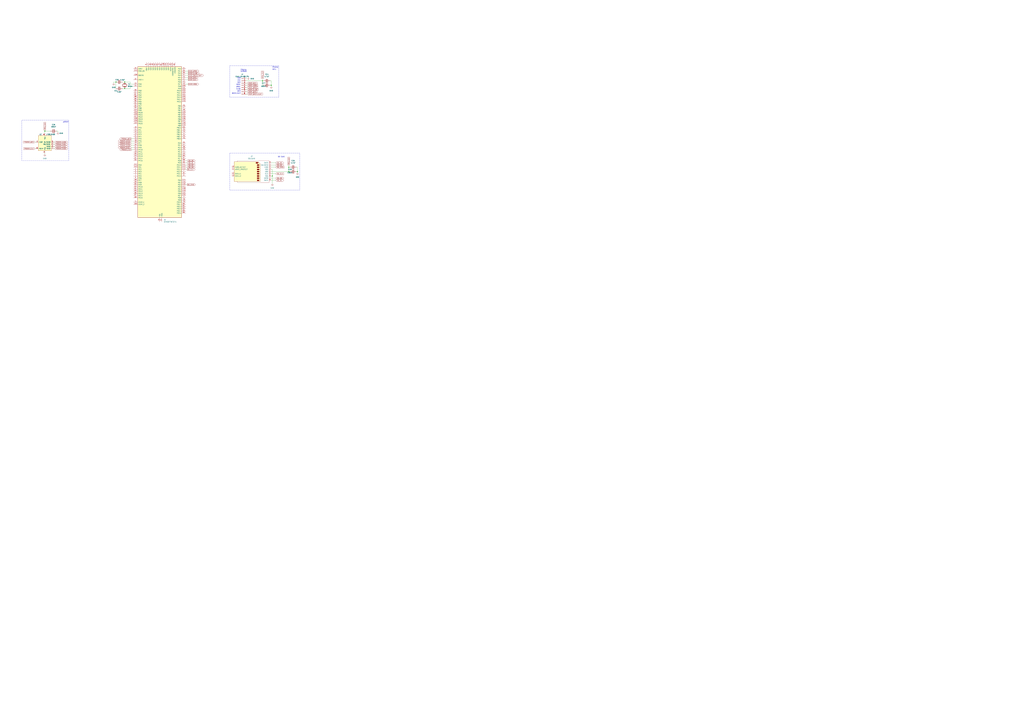
<source format=kicad_sch>
(kicad_sch (version 20231120) (generator "eeschema") (generator_version "8.0")
  (paper "A0")
  (title_block (title "FerFox Prototype") (rev "1") (comment 1 "By White Fossa") (comment 2 "AGPLv3+"))
  (lib_symbols
    (symbol "Connector:Conn_01x08_Pin" (pin_names (offset 1.016) hide)
      (property "Reference" "J" (at 0 10.16 0))
      (property "Value" "Conn_01x08_Pin" (at 0 -12.7 0))
      (symbol "Conn_01x08_Pin_1_1"
        (polyline (pts (xy 1.27 -10.16) (xy 0.8636 -10.16)) (stroke (width 0.1524)))
        (polyline (pts (xy 1.27 -7.62) (xy 0.8636 -7.62)) (stroke (width 0.1524)))
        (polyline (pts (xy 1.27 -5.08) (xy 0.8636 -5.08)) (stroke (width 0.1524)))
        (polyline (pts (xy 1.27 -2.54) (xy 0.8636 -2.54)) (stroke (width 0.1524)))
        (polyline (pts (xy 1.27 0) (xy 0.8636 0)) (stroke (width 0.1524)))
        (polyline (pts (xy 1.27 2.54) (xy 0.8636 2.54)) (stroke (width 0.1524)))
        (polyline (pts (xy 1.27 5.08) (xy 0.8636 5.08)) (stroke (width 0.1524)))
        (polyline (pts (xy 1.27 7.62) (xy 0.8636 7.62)) (stroke (width 0.1524)))
        (rectangle (start 0.8636 -10.033) (end 0 -10.287) (stroke (width 0.1524)) (fill (type outline)))
        (rectangle (start 0.8636 -7.493) (end 0 -7.747) (stroke (width 0.1524)) (fill (type outline)))
        (rectangle (start 0.8636 -4.953) (end 0 -5.207) (stroke (width 0.1524)) (fill (type outline)))
        (rectangle (start 0.8636 -2.413) (end 0 -2.667) (stroke (width 0.1524)) (fill (type outline)))
        (rectangle (start 0.8636 0.127) (end 0 -0.127) (stroke (width 0.1524)) (fill (type outline)))
        (rectangle (start 0.8636 2.667) (end 0 2.413) (stroke (width 0.1524)) (fill (type outline)))
        (rectangle (start 0.8636 5.207) (end 0 4.953) (stroke (width 0.1524)) (fill (type outline)))
        (rectangle (start 0.8636 7.747) (end 0 7.493) (stroke (width 0.1524)) (fill (type outline)))
        (pin passive line (at 5.08 7.62 180) (length 3.81) (name "Pin_1") (number "1"))
        (pin passive line (at 5.08 5.08 180) (length 3.81) (name "Pin_2") (number "2"))
        (pin passive line (at 5.08 2.54 180) (length 3.81) (name "Pin_3") (number "3"))
        (pin passive line (at 5.08 0 180) (length 3.81) (name "Pin_4") (number "4"))
        (pin passive line (at 5.08 -2.54 180) (length 3.81) (name "Pin_5") (number "5"))
        (pin passive line (at 5.08 -5.08 180) (length 3.81) (name "Pin_6") (number "6"))
        (pin passive line (at 5.08 -7.62 180) (length 3.81) (name "Pin_7") (number "7"))
        (pin passive line (at 5.08 -10.16 180) (length 3.81) (name "Pin_8") (number "8"))
      )
    )
    (symbol "Connector:SD_Card" (pin_names (offset 1.016))
      (property "Reference" "J" (at -16.51 13.97 0))
      (property "Value" "SD_Card" (at 15.24 -13.97 0))
      (symbol "SD_Card_0_1"
        (rectangle (start -8.89 -9.525) (end -6.35 -10.795) (fill (type outline)))
        (rectangle (start -8.89 -6.985) (end -6.35 -8.255) (fill (type outline)))
        (rectangle (start -8.89 -4.445) (end -6.35 -5.715) (fill (type outline)))
        (rectangle (start -8.89 -1.905) (end -6.35 -3.175) (fill (type outline)))
        (rectangle (start -8.89 0.635) (end -6.35 -0.635) (fill (type outline)))
        (rectangle (start -8.89 3.175) (end -6.35 1.905) (fill (type outline)))
        (rectangle (start -8.89 5.715) (end -6.35 4.445) (fill (type outline)))
        (rectangle (start -8.89 8.255) (end -6.35 6.985) (fill (type outline)))
        (rectangle (start -7.62 10.795) (end -5.08 9.525) (fill (type outline)))
        (polyline (pts (xy -10.16 8.89) (xy -7.62 11.43) (xy 20.32 11.43) (xy 20.32 -11.43) (xy -10.16 -11.43) (xy -10.16 8.89)) (fill (type background)))
        (polyline (pts (xy 16.51 11.43) (xy 16.51 12.7) (xy -20.32 12.7) (xy -20.32 -12.7) (xy 16.51 -12.7) (xy 16.51 -11.43)))
      )
      (symbol "SD_Card_1_1"
        (pin input line (at -22.86 7.62 0) (length 2.54) (name "CD/DAT3") (number "1"))
        (pin input line (at 22.86 5.08 180) (length 2.54) (name "CARD_DETECT") (number "10"))
        (pin input line (at 22.86 2.54 180) (length 2.54) (name "WRITE_PROTECT") (number "11"))
        (pin input line (at 22.86 -2.54 180) (length 2.54) (name "SHELL1") (number "12"))
        (pin input line (at 22.86 -5.08 180) (length 2.54) (name "SHELL2") (number "13"))
        (pin input line (at -22.86 5.08 0) (length 2.54) (name "CMD") (number "2"))
        (pin power_in line (at -22.86 2.54 0) (length 2.54) (name "VSS") (number "3"))
        (pin power_in line (at -22.86 0 0) (length 2.54) (name "VDD") (number "4"))
        (pin input line (at -22.86 -2.54 0) (length 2.54) (name "CLK") (number "5"))
        (pin power_in line (at -22.86 -5.08 0) (length 2.54) (name "VSS") (number "6"))
        (pin input line (at -22.86 -7.62 0) (length 2.54) (name "DAT0") (number "7"))
        (pin input line (at -22.86 -10.16 0) (length 2.54) (name "DAT1") (number "8"))
        (pin input line (at -22.86 10.16 0) (length 2.54) (name "DAT2") (number "9"))
      )
    )
    (symbol "Device:C" (pin_numbers hide) (pin_names (offset 0.254))
      (property "Reference" "C" (at 0.635 2.54 0))
      (property "Value" "C" (at 0.635 -2.54 0))
      (symbol "C_0_1"
        (polyline (pts (xy -2.032 -0.762) (xy 2.032 -0.762)) (stroke (width 0.508)))
        (polyline (pts (xy -2.032 0.762) (xy 2.032 0.762)) (stroke (width 0.508)))
      )
      (symbol "C_1_1"
        (pin passive line (at 0 3.81 270) (length 2.794) (name "~") (number "1"))
        (pin passive line (at 0 -3.81 90) (length 2.794) (name "~") (number "2"))
      )
    )
    (symbol "Device:Crystal" (pin_numbers hide) (pin_names (offset 1.016) hide)
      (property "Reference" "Y" (at 0 3.81 0))
      (property "Value" "Crystal" (at 0 -3.81 0))
      (symbol "Crystal_0_1"
        (rectangle (start -1.143 2.54) (end 1.143 -2.54) (stroke (width 0.3048)))
        (polyline (pts (xy -2.54 0) (xy -1.905 0)))
        (polyline (pts (xy -1.905 -1.27) (xy -1.905 1.27)) (stroke (width 0.508)))
        (polyline (pts (xy 1.905 -1.27) (xy 1.905 1.27)) (stroke (width 0.508)))
        (polyline (pts (xy 2.54 0) (xy 1.905 0)))
      )
      (symbol "Crystal_1_1"
        (pin passive line (at -3.81 0 0) (length 1.27) (name "1") (number "1"))
        (pin passive line (at 3.81 0 180) (length 1.27) (name "2") (number "2"))
      )
    )
    (symbol "GND_1" (power) (pin_numbers hide) (pin_names (offset 0) hide)
      (property "Value" "GND" (at 0 -3.81 0))
      (symbol "GND_1_0_1"
        (polyline (pts (xy 0 0) (xy 0 -1.27) (xy 1.27 -1.27) (xy 0 -2.54) (xy -1.27 -1.27) (xy 0 -1.27)))
      )
      (symbol "GND_1_1_1"
        (pin power_in line (at 0 0 270) (length 0) (name "~") (number "1"))
      )
    )
    (symbol "MCU_ST_STM32F7:STM32F767ZITx"
      (property "Reference" "U" (at -25.4 90.17 0))
      (property "Value" "STM32F767ZITx" (at 20.32 90.17 0))
      (symbol "STM32F767ZITx_0_1"
        (rectangle (start -25.4 -86.36) (end 25.4 88.9) (stroke (width 0.254)) (fill (type background)))
      )
      (symbol "STM32F767ZITx_1_1"
        (pin bidirectional line (at -30.48 -30.48 0) (length 5.08) (name "PE2") (number "1"))
        (pin bidirectional line (at -30.48 17.78 0) (length 5.08) (name "PF0") (number "10"))
        (pin bidirectional line (at 30.48 66.04 180) (length 5.08) (name "PA8") (number "100"))
        (pin bidirectional line (at 30.48 63.5 180) (length 5.08) (name "PA9") (number "101"))
        (pin bidirectional line (at 30.48 60.96 180) (length 5.08) (name "PA10") (number "102"))
        (pin bidirectional line (at 30.48 58.42 180) (length 5.08) (name "PA11") (number "103"))
        (pin bidirectional line (at 30.48 55.88 180) (length 5.08) (name "PA12") (number "104"))
        (pin bidirectional line (at 30.48 53.34 180) (length 5.08) (name "PA13") (number "105"))
        (pin power_out line (at -30.48 -71.12 0) (length 5.08) (name "VCAP_2") (number "106"))
        (pin passive line (at 0 -91.44 90) (length 5.08) hide (name "VSS") (number "107"))
        (pin power_in line (at 5.08 93.98 270) (length 5.08) (name "VDD") (number "108"))
        (pin bidirectional line (at 30.48 50.8 180) (length 5.08) (name "PA14") (number "109"))
        (pin bidirectional line (at -30.48 15.24 0) (length 5.08) (name "PF1") (number "11"))
        (pin bidirectional line (at 30.48 48.26 180) (length 5.08) (name "PA15") (number "110"))
        (pin bidirectional line (at 30.48 -25.4 180) (length 5.08) (name "PC10") (number "111"))
        (pin bidirectional line (at 30.48 -27.94 180) (length 5.08) (name "PC11") (number "112"))
        (pin bidirectional line (at 30.48 -30.48 180) (length 5.08) (name "PC12") (number "113"))
        (pin bidirectional line (at 30.48 -43.18 180) (length 5.08) (name "PD0") (number "114"))
        (pin bidirectional line (at 30.48 -45.72 180) (length 5.08) (name "PD1") (number "115"))
        (pin bidirectional line (at 30.48 -48.26 180) (length 5.08) (name "PD2") (number "116"))
        (pin bidirectional line (at 30.48 -50.8 180) (length 5.08) (name "PD3") (number "117"))
        (pin bidirectional line (at 30.48 -53.34 180) (length 5.08) (name "PD4") (number "118"))
        (pin bidirectional line (at 30.48 -55.88 180) (length 5.08) (name "PD5") (number "119"))
        (pin bidirectional line (at -30.48 12.7 0) (length 5.08) (name "PF2") (number "12"))
        (pin passive line (at 0 -91.44 90) (length 5.08) hide (name "VSS") (number "120"))
        (pin power_in line (at 15.24 93.98 270) (length 5.08) (name "VDDSDMMC") (number "121"))
        (pin bidirectional line (at 30.48 -58.42 180) (length 5.08) (name "PD6") (number "122"))
        (pin bidirectional line (at 30.48 -60.96 180) (length 5.08) (name "PD7") (number "123"))
        (pin bidirectional line (at -30.48 38.1 0) (length 5.08) (name "PG9") (number "124"))
        (pin bidirectional line (at -30.48 35.56 0) (length 5.08) (name "PG10") (number "125"))
        (pin bidirectional line (at -30.48 33.02 0) (length 5.08) (name "PG11") (number "126"))
        (pin bidirectional line (at -30.48 30.48 0) (length 5.08) (name "PG12") (number "127"))
        (pin bidirectional line (at -30.48 27.94 0) (length 5.08) (name "PG13") (number "128"))
        (pin bidirectional line (at -30.48 25.4 0) (length 5.08) (name "PG14") (number "129"))
        (pin bidirectional line (at -30.48 10.16 0) (length 5.08) (name "PF3") (number "13"))
        (pin passive line (at 0 -91.44 90) (length 5.08) hide (name "VSS") (number "130"))
        (pin power_in line (at 7.62 93.98 270) (length 5.08) (name "VDD") (number "131"))
        (pin bidirectional line (at -30.48 22.86 0) (length 5.08) (name "PG15") (number "132"))
        (pin bidirectional line (at 30.48 35.56 180) (length 5.08) (name "PB3") (number "133"))
        (pin bidirectional line (at 30.48 33.02 180) (length 5.08) (name "PB4") (number "134"))
        (pin bidirectional line (at 30.48 30.48 180) (length 5.08) (name "PB5") (number "135"))
        (pin bidirectional line (at 30.48 27.94 180) (length 5.08) (name "PB6") (number "136"))
        (pin bidirectional line (at 30.48 25.4 180) (length 5.08) (name "PB7") (number "137"))
        (pin input line (at -30.48 78.74 0) (length 5.08) (name "BOOT0") (number "138"))
        (pin bidirectional line (at 30.48 22.86 180) (length 5.08) (name "PB8") (number "139"))
        (pin bidirectional line (at -30.48 7.62 0) (length 5.08) (name "PF4") (number "14"))
        (pin bidirectional line (at 30.48 20.32 180) (length 5.08) (name "PB9") (number "140"))
        (pin bidirectional line (at -30.48 -25.4 0) (length 5.08) (name "PE0") (number "141"))
        (pin bidirectional line (at -30.48 -27.94 0) (length 5.08) (name "PE1") (number "142"))
        (pin input line (at -30.48 83.82 0) (length 5.08) (name "PDR_ON") (number "143"))
        (pin power_in line (at 10.16 93.98 270) (length 5.08) (name "VDD") (number "144"))
        (pin bidirectional line (at -30.48 5.08 0) (length 5.08) (name "PF5") (number "15"))
        (pin power_in line (at 0 -91.44 90) (length 5.08) (name "VSS") (number "16"))
        (pin power_in line (at -12.7 93.98 270) (length 5.08) (name "VDD") (number "17"))
        (pin bidirectional line (at -30.48 2.54 0) (length 5.08) (name "PF6") (number "18"))
        (pin bidirectional line (at -30.48 0 0) (length 5.08) (name "PF7") (number "19"))
        (pin bidirectional line (at -30.48 -33.02 0) (length 5.08) (name "PE3") (number "2"))
        (pin bidirectional line (at -30.48 -2.54 0) (length 5.08) (name "PF8") (number "20"))
        (pin bidirectional line (at -30.48 -5.08 0) (length 5.08) (name "PF9") (number "21"))
        (pin bidirectional line (at -30.48 -7.62 0) (length 5.08) (name "PF10") (number "22"))
        (pin bidirectional line (at -30.48 68.58 0) (length 5.08) (name "PH0") (number "23"))
        (pin bidirectional line (at -30.48 66.04 0) (length 5.08) (name "PH1") (number "24"))
        (pin input line (at -30.48 86.36 0) (length 5.08) (name "NRST") (number "25"))
        (pin bidirectional line (at 30.48 0 180) (length 5.08) (name "PC0") (number "26"))
        (pin bidirectional line (at 30.48 -2.54 180) (length 5.08) (name "PC1") (number "27"))
        (pin bidirectional line (at 30.48 -5.08 180) (length 5.08) (name "PC2") (number "28"))
        (pin bidirectional line (at 30.48 -7.62 180) (length 5.08) (name "PC3") (number "29"))
        (pin bidirectional line (at -30.48 -35.56 0) (length 5.08) (name "PE4") (number "3"))
        (pin power_in line (at -10.16 93.98 270) (length 5.08) (name "VDD") (number "30"))
        (pin power_in line (at 2.54 -91.44 90) (length 5.08) (name "VSSA") (number "31"))
        (pin input line (at -30.48 73.66 0) (length 5.08) (name "VREF+") (number "32"))
        (pin power_in line (at 12.7 93.98 270) (length 5.08) (name "VDDA") (number "33"))
        (pin bidirectional line (at 30.48 86.36 180) (length 5.08) (name "PA0") (number "34"))
        (pin bidirectional line (at 30.48 83.82 180) (length 5.08) (name "PA1") (number "35"))
        (pin bidirectional line (at 30.48 81.28 180) (length 5.08) (name "PA2") (number "36"))
        (pin bidirectional line (at 30.48 78.74 180) (length 5.08) (name "PA3") (number "37"))
        (pin passive line (at 0 -91.44 90) (length 5.08) hide (name "VSS") (number "38"))
        (pin power_in line (at -7.62 93.98 270) (length 5.08) (name "VDD") (number "39"))
        (pin bidirectional line (at -30.48 -38.1 0) (length 5.08) (name "PE5") (number "4"))
        (pin bidirectional line (at 30.48 76.2 180) (length 5.08) (name "PA4") (number "40"))
        (pin bidirectional line (at 30.48 73.66 180) (length 5.08) (name "PA5") (number "41"))
        (pin bidirectional line (at 30.48 71.12 180) (length 5.08) (name "PA6") (number "42"))
        (pin bidirectional line (at 30.48 68.58 180) (length 5.08) (name "PA7") (number "43"))
        (pin bidirectional line (at 30.48 -10.16 180) (length 5.08) (name "PC4") (number "44"))
        (pin bidirectional line (at 30.48 -12.7 180) (length 5.08) (name "PC5") (number "45"))
        (pin bidirectional line (at 30.48 43.18 180) (length 5.08) (name "PB0") (number "46"))
        (pin bidirectional line (at 30.48 40.64 180) (length 5.08) (name "PB1") (number "47"))
        (pin bidirectional line (at 30.48 38.1 180) (length 5.08) (name "PB2") (number "48"))
        (pin bidirectional line (at -30.48 -10.16 0) (length 5.08) (name "PF11") (number "49"))
        (pin bidirectional line (at -30.48 -40.64 0) (length 5.08) (name "PE6") (number "5"))
        (pin bidirectional line (at -30.48 -12.7 0) (length 5.08) (name "PF12") (number "50"))
        (pin passive line (at 0 -91.44 90) (length 5.08) hide (name "VSS") (number "51"))
        (pin power_in line (at -5.08 93.98 270) (length 5.08) (name "VDD") (number "52"))
        (pin bidirectional line (at -30.48 -15.24 0) (length 5.08) (name "PF13") (number "53"))
        (pin bidirectional line (at -30.48 -17.78 0) (length 5.08) (name "PF14") (number "54"))
        (pin bidirectional line (at -30.48 -20.32 0) (length 5.08) (name "PF15") (number "55"))
        (pin bidirectional line (at -30.48 60.96 0) (length 5.08) (name "PG0") (number "56"))
        (pin bidirectional line (at -30.48 58.42 0) (length 5.08) (name "PG1") (number "57"))
        (pin bidirectional line (at -30.48 -43.18 0) (length 5.08) (name "PE7") (number "58"))
        (pin bidirectional line (at -30.48 -45.72 0) (length 5.08) (name "PE8") (number "59"))
        (pin power_in line (at -15.24 93.98 270) (length 5.08) (name "VBAT") (number "6"))
        (pin bidirectional line (at -30.48 -48.26 0) (length 5.08) (name "PE9") (number "60"))
        (pin passive line (at 0 -91.44 90) (length 5.08) hide (name "VSS") (number "61"))
        (pin power_in line (at -2.54 93.98 270) (length 5.08) (name "VDD") (number "62"))
        (pin bidirectional line (at -30.48 -50.8 0) (length 5.08) (name "PE10") (number "63"))
        (pin bidirectional line (at -30.48 -53.34 0) (length 5.08) (name "PE11") (number "64"))
        (pin bidirectional line (at -30.48 -55.88 0) (length 5.08) (name "PE12") (number "65"))
        (pin bidirectional line (at -30.48 -58.42 0) (length 5.08) (name "PE13") (number "66"))
        (pin bidirectional line (at -30.48 -60.96 0) (length 5.08) (name "PE14") (number "67"))
        (pin bidirectional line (at -30.48 -63.5 0) (length 5.08) (name "PE15") (number "68"))
        (pin bidirectional line (at 30.48 17.78 180) (length 5.08) (name "PB10") (number "69"))
        (pin bidirectional line (at 30.48 -33.02 180) (length 5.08) (name "PC13") (number "7"))
        (pin bidirectional line (at 30.48 15.24 180) (length 5.08) (name "PB11") (number "70"))
        (pin power_out line (at -30.48 -68.58 0) (length 5.08) (name "VCAP_1") (number "71"))
        (pin power_in line (at 0 93.98 270) (length 5.08) (name "VDD") (number "72"))
        (pin bidirectional line (at 30.48 12.7 180) (length 5.08) (name "PB12") (number "73"))
        (pin bidirectional line (at 30.48 10.16 180) (length 5.08) (name "PB13") (number "74"))
        (pin bidirectional line (at 30.48 7.62 180) (length 5.08) (name "PB14") (number "75"))
        (pin bidirectional line (at 30.48 5.08 180) (length 5.08) (name "PB15") (number "76"))
        (pin bidirectional line (at 30.48 -63.5 180) (length 5.08) (name "PD8") (number "77"))
        (pin bidirectional line (at 30.48 -66.04 180) (length 5.08) (name "PD9") (number "78"))
        (pin bidirectional line (at 30.48 -68.58 180) (length 5.08) (name "PD10") (number "79"))
        (pin bidirectional line (at 30.48 -35.56 180) (length 5.08) (name "PC14") (number "8"))
        (pin bidirectional line (at 30.48 -71.12 180) (length 5.08) (name "PD11") (number "80"))
        (pin bidirectional line (at 30.48 -73.66 180) (length 5.08) (name "PD12") (number "81"))
        (pin bidirectional line (at 30.48 -76.2 180) (length 5.08) (name "PD13") (number "82"))
        (pin passive line (at 0 -91.44 90) (length 5.08) hide (name "VSS") (number "83"))
        (pin power_in line (at 2.54 93.98 270) (length 5.08) (name "VDD") (number "84"))
        (pin bidirectional line (at 30.48 -78.74 180) (length 5.08) (name "PD14") (number "85"))
        (pin bidirectional line (at 30.48 -81.28 180) (length 5.08) (name "PD15") (number "86"))
        (pin bidirectional line (at -30.48 55.88 0) (length 5.08) (name "PG2") (number "87"))
        (pin bidirectional line (at -30.48 53.34 0) (length 5.08) (name "PG3") (number "88"))
        (pin bidirectional line (at -30.48 50.8 0) (length 5.08) (name "PG4") (number "89"))
        (pin bidirectional line (at 30.48 -38.1 180) (length 5.08) (name "PC15") (number "9"))
        (pin bidirectional line (at -30.48 48.26 0) (length 5.08) (name "PG5") (number "90"))
        (pin bidirectional line (at -30.48 45.72 0) (length 5.08) (name "PG6") (number "91"))
        (pin bidirectional line (at -30.48 43.18 0) (length 5.08) (name "PG7") (number "92"))
        (pin bidirectional line (at -30.48 40.64 0) (length 5.08) (name "PG8") (number "93"))
        (pin passive line (at 0 -91.44 90) (length 5.08) hide (name "VSS") (number "94"))
        (pin power_in line (at 17.78 93.98 270) (length 5.08) (name "VDDUSB") (number "95"))
        (pin bidirectional line (at 30.48 -15.24 180) (length 5.08) (name "PC6") (number "96"))
        (pin bidirectional line (at 30.48 -17.78 180) (length 5.08) (name "PC7") (number "97"))
        (pin bidirectional line (at 30.48 -20.32 180) (length 5.08) (name "PC8") (number "98"))
        (pin bidirectional line (at 30.48 -22.86 180) (length 5.08) (name "PC9") (number "99"))
      )
    )
    (symbol "fossa library:LY68L6400" (pin_names (offset 1.016))
      (property "Reference" "U" (at 1.27 -3.81 0))
      (property "Value" "LY68L6400" (at 0 -10.16 0))
      (symbol "LY68L6400_0_1"
        (rectangle (start -7.62 -5.08) (end 7.62 -22.86) (fill (type background)))
      )
      (symbol "LY68L6400_1_1"
        (pin input line (at -10.16 -12.7 0) (length 2.54) (name "CE#") (number "1"))
        (pin bidirectional line (at 10.16 -15.24 180) (length 2.54) (name "SO/SIO1") (number "2"))
        (pin bidirectional line (at 10.16 -17.78 180) (length 2.54) (name "SIO2") (number "3"))
        (pin power_in line (at 0 -25.4 90) (length 2.54) (name "Vss") (number "4"))
        (pin bidirectional line (at 10.16 -12.7 180) (length 2.54) (name "SI/SIO0") (number "5"))
        (pin input line (at -10.16 -20.32 0) (length 2.54) (name "SCLK") (number "6"))
        (pin bidirectional line (at 10.16 -20.32 180) (length 2.54) (name "SIO3") (number "7"))
        (pin power_in line (at 0 -2.54 270) (length 2.54) (name "Vcc") (number "8"))
      )
    )
    (symbol "power:GND" (power) (pin_names (offset 0))
      (property "Value" "GND" (at 0 -3.81 0))
      (symbol "GND_0_1"
        (polyline (pts (xy 0 0) (xy 0 -1.27) (xy 1.27 -1.27) (xy 0 -2.54) (xy -1.27 -1.27) (xy 0 -1.27)))
      )
      (symbol "GND_1_1"
        (pin power_in line (at 0 0 270) (length 0) hide (name "GND") (number "1"))
      )
    )
  )
  (junction (at 52.07 152.4))
  (junction (at 144.78 95.25))
  (junction (at 134.62 95.25))
  (junction (at 335.28 199.39))
  (junction (at 314.96 99.06))
  (junction (at 316.23 204.47))
  (junction (at 144.78 102.87))
  (junction (at 304.8 93.98))
  (junction (at 345.44 199.39))
  (junction (at 335.28 194.31))
  (wire (pts (xy 152.4 173.99) (xy 154.94 173.99)))
  (wire (pts (xy 335.28 194.31) (xy 336.55 194.31)))
  (wire (pts (xy 67.31 152.4) (xy 66.04 152.4)))
  (wire (pts (xy 314.96 191.77) (xy 320.04 191.77)))
  (wire (pts (xy 285.75 101.6) (xy 287.02 101.6)))
  (wire (pts (xy 314.96 93.98) (xy 314.96 99.06)))
  (wire (pts (xy 314.96 194.31) (xy 320.04 194.31)))
  (wire (pts (xy 314.96 99.06) (xy 313.69 99.06)))
  (wire (pts (xy 314.96 201.93) (xy 320.04 201.93)))
  (wire (pts (xy 215.9 189.23) (xy 217.17 189.23)))
  (wire (pts (xy 304.8 93.98) (xy 304.8 91.44)))
  (wire (pts (xy 152.4 171.45) (xy 154.94 171.45)))
  (wire (pts (xy 40.64 172.72) (xy 41.91 172.72)))
  (wire (pts (xy 52.07 151.13) (xy 52.07 152.4)))
  (wire (pts (xy 154.94 97.79) (xy 151.13 97.79)))
  (wire (pts (xy 132.08 96.52) (xy 132.08 95.25)))
  (wire (pts (xy 314.96 204.47) (xy 316.23 204.47)))
  (wire (pts (xy 345.44 194.31) (xy 344.17 194.31)))
  (wire (pts (xy 142.24 102.87) (xy 144.78 102.87)))
  (wire (pts (xy 215.9 85.09) (xy 218.44 85.09)))
  (wire (pts (xy 40.64 165.1) (xy 41.91 165.1)))
  (wire (pts (xy 63.5 172.72) (xy 62.23 172.72)))
  (wire (pts (xy 63.5 170.18) (xy 62.23 170.18)))
  (wire (pts (xy 215.9 214.63) (xy 217.17 214.63)))
  (wire (pts (xy 314.96 209.55) (xy 320.04 209.55)))
  (wire (pts (xy 52.07 152.4) (xy 52.07 154.94)))
  (wire (pts (xy 314.96 99.06) (xy 314.96 100.33)))
  (wire (pts (xy 285.75 99.06) (xy 287.02 99.06)))
  (wire (pts (xy 215.9 186.69) (xy 217.17 186.69)))
  (wire (pts (xy 336.55 199.39) (xy 335.28 199.39)))
  (wire (pts (xy 316.23 204.47) (xy 316.23 213.36)))
  (wire (pts (xy 215.9 82.55) (xy 218.44 82.55)))
  (wire (pts (xy 215.9 196.85) (xy 217.17 196.85)))
  (wire (pts (xy 345.44 199.39) (xy 345.44 194.31)))
  (wire (pts (xy 215.9 194.31) (xy 217.17 194.31)))
  (wire (pts (xy 345.44 200.66) (xy 345.44 199.39)))
  (wire (pts (xy 314.96 189.23) (xy 320.04 189.23)))
  (wire (pts (xy 285.75 93.98) (xy 304.8 93.98)))
  (wire (pts (xy 62.23 167.64) (xy 63.5 167.64)))
  (wire (pts (xy 285.75 106.68) (xy 287.02 106.68)))
  (wire (pts (xy 314.96 199.39) (xy 335.28 199.39)))
  (wire (pts (xy 52.07 177.8) (xy 52.07 179.07)))
  (wire (pts (xy 152.4 166.37) (xy 154.94 166.37)))
  (wire (pts (xy 142.24 95.25) (xy 144.78 95.25)))
  (wire (pts (xy 152.4 161.29) (xy 154.94 161.29)))
  (wire (pts (xy 151.13 95.25) (xy 144.78 95.25)))
  (wire (pts (xy 344.17 199.39) (xy 345.44 199.39)))
  (wire (pts (xy 285.75 104.14) (xy 287.02 104.14)))
  (wire (pts (xy 285.75 109.22) (xy 287.02 109.22)))
  (wire (pts (xy 316.23 196.85) (xy 316.23 204.47)))
  (wire (pts (xy 215.9 90.17) (xy 218.44 90.17)))
  (wire (pts (xy 215.9 87.63) (xy 218.44 87.63)))
  (wire (pts (xy 152.4 163.83) (xy 154.94 163.83)))
  (wire (pts (xy 151.13 102.87) (xy 144.78 102.87)))
  (wire (pts (xy 62.23 165.1) (xy 63.5 165.1)))
  (wire (pts (xy 151.13 100.33) (xy 151.13 102.87)))
  (wire (pts (xy 335.28 194.31) (xy 335.28 199.39)))
  (wire (pts (xy 215.9 191.77) (xy 217.17 191.77)))
  (wire (pts (xy 304.8 93.98) (xy 304.8 99.06)))
  (wire (pts (xy 285.75 96.52) (xy 287.02 96.52)))
  (wire (pts (xy 154.94 100.33) (xy 151.13 100.33)))
  (wire (pts (xy 151.13 97.79) (xy 151.13 95.25)))
  (wire (pts (xy 215.9 92.71) (xy 218.44 92.71)))
  (wire (pts (xy 132.08 95.25) (xy 134.62 95.25)))
  (wire (pts (xy 314.96 207.01) (xy 320.04 207.01)))
  (wire (pts (xy 215.9 97.79) (xy 218.44 97.79)))
  (wire (pts (xy 285.75 91.44) (xy 287.02 91.44)))
  (wire (pts (xy 67.31 153.67) (xy 67.31 152.4)))
  (wire (pts (xy 314.96 196.85) (xy 316.23 196.85)))
  (wire (pts (xy 134.62 95.25) (xy 134.62 102.87)))
  (wire (pts (xy 52.07 152.4) (xy 58.42 152.4)))
  (wire (pts (xy 314.96 93.98) (xy 313.69 93.98)))
  (wire (pts (xy 152.4 168.91) (xy 154.94 168.91)))
  (wire (pts (xy 304.8 93.98) (xy 306.07 93.98)))
  (wire (pts (xy 335.28 194.31) (xy 335.28 191.77)))
  (wire (pts (xy 306.07 99.06) (xy 304.8 99.06)))
  (rectangle (start 25.4 139.7) (end 80.01 186.69) (stroke (width 0) (type dash)))
  (rectangle (start 266.7 76.2) (end 323.85 113.03) (stroke (width 0) (type dash)))
  (rectangle (start 266.7 177.8) (end 347.98 220.98) (stroke (width 0) (type dash)))
  (text "SCK" (at 275.59 96.52 0) (effects (font (size 1.27 1.27)) (justify left bottom)))
  (text "pSRAM" (at 73.152 142.494 0) (effects (font (size 1.27 1.27)) (justify left bottom)))
  (text "#CS" (at 275.59 106.68 0) (effects (font (size 1.27 1.27)) (justify left bottom)))
  (text "SPI1" (at 318.516 80.772 0) (effects (font (size 1.27 1.27))))
  (text "SD Card" (at 322.58 182.88 0) (effects (font (size 1.27 1.27)) (justify left bottom)))
  (text "Display" (at 316.23 78.74 0) (effects (font (size 1.27 1.27)) (justify left bottom)))
  (text "BACKLIGHT" (at 269.24 109.22 0) (effects (font (size 1.27 1.27)) (justify left bottom)))
  (text "GND" (at 275.59 91.44 0) (effects (font (size 1.27 1.27)) (justify left bottom)))
  (text "Display\nGC9A01" (at 279.4 83.82 0) (effects (font (size 1.27 1.27)) (justify left bottom)))
  (text "D/#C" (at 274.32 104.14 0) (effects (font (size 1.27 1.27)) (justify left bottom)))
  (text "VCC" (at 275.59 93.98 0) (effects (font (size 1.27 1.27)) (justify left bottom)))
  (text "#RST" (at 274.32 101.6 0) (effects (font (size 1.27 1.27)) (justify left bottom)))
  (text "MOSI" (at 274.32 99.06 0) (effects (font (size 1.27 1.27)) (justify left bottom)))
  (global_label "DISP_MOSI" (shape input) (at 287.02 99.06 0) (property "Intersheetrefs" "${INTERSHEET_REFS}" (effects (hide yes))))
  (global_label "DISP_#CS" (shape output) (at 218.44 90.17 0) (property "Intersheetrefs" "${INTERSHEET_REFS}" (effects (hide yes))))
  (global_label "SD_CLK" (shape output) (at 217.17 196.85 0) (property "Intersheetrefs" "${INTERSHEET_REFS}" (effects (hide yes))))
  (global_label "SD_D1" (shape bidirectional) (at 320.04 209.55 0) (property "Intersheetrefs" "${INTERSHEET_REFS}" (effects (hide yes))))
  (global_label "DISP_D{slash}#C" (shape input) (at 287.02 104.14 0) (property "Intersheetrefs" "${INTERSHEET_REFS}" (effects (hide yes))))
  (global_label "REG_3.3" (shape passive) (at 335.28 191.77 90) (property "Intersheetrefs" "${INTERSHEET_REFS}" (effects (hide yes))))
  (global_label "DISP_BACKLIGHT" (shape input) (at 287.02 109.22 0) (property "Intersheetrefs" "${INTERSHEET_REFS}" (effects (hide yes))))
  (global_label "PSRAM_SIO0" (shape bidirectional) (at 152.4 168.91 180) (property "Intersheetrefs" "${INTERSHEET_REFS}" (effects (hide yes))))
  (global_label "DISP_D{slash}#C" (shape output) (at 218.44 85.09 0) (property "Intersheetrefs" "${INTERSHEET_REFS}" (effects (hide yes))))
  (global_label "REG_3.3" (shape passive) (at 52.07 151.13 90) (property "Intersheetrefs" "${INTERSHEET_REFS}" (effects (hide yes))))
  (global_label "SD_CMD" (shape input) (at 320.04 194.31 0) (property "Intersheetrefs" "${INTERSHEET_REFS}" (effects (hide yes))))
  (global_label "SD_D2" (shape bidirectional) (at 217.17 191.77 0) (property "Intersheetrefs" "${INTERSHEET_REFS}" (effects (hide yes))))
  (global_label "PSRAM_SIO3" (shape bidirectional) (at 63.5 172.72 0) (property "Intersheetrefs" "${INTERSHEET_REFS}" (effects (hide yes))))
  (global_label "PSRAM_SIO2" (shape bidirectional) (at 152.4 166.37 180) (property "Intersheetrefs" "${INTERSHEET_REFS}" (effects (hide yes))))
  (global_label "REG_3.3" (shape passive) (at 304.8 91.44 90) (property "Intersheetrefs" "${INTERSHEET_REFS}" (effects (hide yes))))
  (global_label "PSRAM_#CS" (shape output) (at 152.4 161.29 180) (property "Intersheetrefs" "${INTERSHEET_REFS}" (effects (hide yes))))
  (global_label "DISP_#RST" (shape input) (at 287.02 101.6 0) (property "Intersheetrefs" "${INTERSHEET_REFS}" (effects (hide yes))))
  (global_label "SD_D0" (shape bidirectional) (at 217.17 186.69 0) (property "Intersheetrefs" "${INTERSHEET_REFS}" (effects (hide yes))))
  (global_label "DISP_#CS" (shape input) (at 287.02 106.68 0) (property "Intersheetrefs" "${INTERSHEET_REFS}" (effects (hide yes))))
  (global_label "PSRAM_#CS" (shape input) (at 40.64 165.1 180) (property "Intersheetrefs" "${INTERSHEET_REFS}" (effects (hide yes))))
  (global_label "PSRAM_SIO1" (shape bidirectional) (at 152.4 171.45 180) (property "Intersheetrefs" "${INTERSHEET_REFS}" (effects (hide yes))))
  (global_label "SD_CLK" (shape input) (at 320.04 201.93 0) (property "Intersheetrefs" "${INTERSHEET_REFS}" (effects (hide yes))))
  (global_label "PSRAM_CLK" (shape input) (at 40.64 172.72 180) (property "Intersheetrefs" "${INTERSHEET_REFS}" (effects (hide yes))))
  (global_label "DISP_MOSI" (shape output) (at 218.44 97.79 0) (property "Intersheetrefs" "${INTERSHEET_REFS}" (effects (hide yes))))
  (global_label "PSRAM_SIO1" (shape bidirectional) (at 63.5 167.64 0) (property "Intersheetrefs" "${INTERSHEET_REFS}" (effects (hide yes))))
  (global_label "SD_CMD" (shape output) (at 217.17 214.63 0) (property "Intersheetrefs" "${INTERSHEET_REFS}" (effects (hide yes))))
  (global_label "DISP_SCK" (shape input) (at 287.02 96.52 0) (property "Intersheetrefs" "${INTERSHEET_REFS}" (effects (hide yes))))
  (global_label "SD_D2" (shape bidirectional) (at 320.04 189.23 0) (property "Intersheetrefs" "${INTERSHEET_REFS}" (effects (hide yes))))
  (global_label "SD_D1" (shape bidirectional) (at 217.17 189.23 0) (property "Intersheetrefs" "${INTERSHEET_REFS}" (effects (hide yes))))
  (global_label "SD_D3" (shape bidirectional) (at 217.17 194.31 0) (property "Intersheetrefs" "${INTERSHEET_REFS}" (effects (hide yes))))
  (global_label "PSRAM_SIO2" (shape bidirectional) (at 63.5 170.18 0) (property "Intersheetrefs" "${INTERSHEET_REFS}" (effects (hide yes))))
  (global_label "DISP_#RST" (shape output) (at 218.44 82.55 0) (property "Intersheetrefs" "${INTERSHEET_REFS}" (effects (hide yes))))
  (global_label "DISP_SCK" (shape output) (at 218.44 92.71 0) (property "Intersheetrefs" "${INTERSHEET_REFS}" (effects (hide yes))))
  (global_label "DISP_BACKLIGHT" (shape output) (at 218.44 87.63 0) (property "Intersheetrefs" "${INTERSHEET_REFS}" (effects (hide yes))))
  (global_label "PSRAM_SIO3" (shape bidirectional) (at 152.4 163.83 180) (property "Intersheetrefs" "${INTERSHEET_REFS}" (effects (hide yes))))
  (global_label "SD_D0" (shape bidirectional) (at 320.04 207.01 0) (property "Intersheetrefs" "${INTERSHEET_REFS}" (effects (hide yes))))
  (global_label "PSRAM_SIO0" (shape bidirectional) (at 63.5 165.1 0) (property "Intersheetrefs" "${INTERSHEET_REFS}" (effects (hide yes))))
  (global_label "SD_D3" (shape bidirectional) (at 320.04 191.77 0) (property "Intersheetrefs" "${INTERSHEET_REFS}" (effects (hide yes))))
  (global_label "PSRAM_CLK" (shape output) (at 152.4 173.99 180) (property "Intersheetrefs" "${INTERSHEET_REFS}" (effects (hide yes))))
  (symbol (lib_id "power:GND") (at 345.44 200.66 0) (unit 1)
    (property "Reference" "#PWR012" (effects (hide yes)))
    (property "Value" "GND" (at 345.44 205.74 0))
  )
  (symbol (lib_id "Connector:Conn_01x08_Pin") (at 280.67 99.06 0) (unit 1)
    (property "Reference" "J1" (at 281.305 86.36 0))
    (property "Value" "Conn_01x08_Pin" (at 281.305 88.9 0))
  )
  (symbol (lib_name "GND_1") (lib_id "power:GND") (at 316.23 213.36 0) (unit 1)
    (property "Reference" "#PWR011" (effects (hide yes)))
    (property "Value" "GND" (at 316.23 218.44 0))
    (property "Description" "Power symbol creates a global label with name \"GND\" , ground" (effects (hide yes)))
  )
  (symbol (lib_id "power:GND") (at 314.96 100.33 0) (unit 1)
    (property "Reference" "#PWR010" (effects (hide yes)))
    (property "Value" "GND" (at 314.96 105.41 0))
  )
  (symbol (lib_id "MCU_ST_STM32F7:STM32F767ZITx") (at 185.42 166.37 0) (unit 1)
    (property "Reference" "U1" (at 190.1541 255.27 0) (effects (justify left)))
    (property "Value" "STM32F767ZITx" (at 190.1541 257.81 0) (effects (justify left)))
    (property "Footprint" "Package_QFP:LQFP-144_20x20mm_P0.5mm" (effects (hide yes)))
    (property "Datasheet" "https://www.st.com/resource/en/datasheet/stm32f767zi.pdf" (effects (hide yes)))
    (property "Description" "STMicroelectronics Arm Cortex-M7 MCU, 2048KB flash, 512KB RAM, 216 MHz, 1.7-3.6V, 114 GPIO, LQFP144" (effects (hide yes)))
  )
  (symbol (lib_id "Device:C") (at 138.43 102.87 90) (unit 1)
    (property "Reference" "C11" (at 134.62 105.41 90))
    (property "Value" "4.3pF" (at 138.43 106.68 90))
  )
  (symbol (lib_id "Device:C") (at 62.23 152.4 90) (unit 1)
    (property "Reference" "C16" (at 62.23 144.78 90))
    (property "Value" "100nF" (at 62.23 147.32 90))
  )
  (symbol (lib_id "Device:C") (at 138.43 95.25 90) (unit 1)
    (property "Reference" "C10" (at 135.89 92.71 90))
    (property "Value" "4.3pF" (at 142.24 92.71 90))
  )
  (symbol (lib_id "Device:C") (at 309.88 93.98 90) (unit 1)
    (property "Reference" "C14" (at 309.88 86.36 90))
    (property "Value" "4.7uF" (at 309.88 88.9 90))
  )
  (symbol (lib_id "Device:C") (at 340.36 194.31 90) (unit 1)
    (property "Reference" "C15" (at 340.36 186.69 90))
    (property "Value" "4.7uF" (at 340.36 189.23 90))
  )
  (symbol (lib_id "fossa library:LY68L6400") (at 52.07 152.4 0) (unit 1)
    (property "Reference" "U2" (at 45.72 156.21 0) (effects (justify left)))
    (property "Value" "LY68L6400" (at 53.34 156.21 0) (effects (justify left)))
  )
  (symbol (lib_id "power:GND") (at 132.08 96.52 0) (unit 1)
    (property "Reference" "#PWR07" (effects (hide yes)))
    (property "Value" "GND" (at 132.08 101.6 0))
  )
  (symbol (lib_id "power:GND") (at 287.02 91.44 90) (unit 1)
    (property "Reference" "#PWR09" (effects (hide yes)))
    (property "Value" "GND" (at 290.83 91.44 90) (effects (justify right)))
  )
  (symbol (lib_id "Device:C") (at 309.88 99.06 90) (unit 1)
    (property "Reference" "C17" (at 306.07 96.52 90))
    (property "Value" "100nF" (at 306.07 100.33 90))
  )
  (symbol (lib_id "Device:C") (at 340.36 199.39 90) (unit 1)
    (property "Reference" "C18" (at 336.55 196.85 90))
    (property "Value" "100nF" (at 336.55 200.66 90))
  )
  (symbol (lib_id "power:GND") (at 67.31 153.67 0) (unit 1)
    (property "Reference" "#PWR014" (effects (hide yes)))
    (property "Value" "GND" (at 71.12 154.94 0))
  )
  (symbol (lib_id "Device:Crystal") (at 144.78 99.06 90) (unit 1)
    (property "Reference" "Y1" (at 148.59 97.79 90) (effects (justify right)))
    (property "Value" "8MHz" (at 148.59 100.33 90) (effects (justify right)))
  )
  (symbol (lib_id "Connector:SD_Card") (at 292.1 199.39 0) (mirror y) (unit 1)
    (property "Reference" "J2" (at 292.1 181.61 0))
    (property "Value" "SD_Card" (at 292.1 184.15 0))
    (property "Datasheet" "http://portal.fciconnect.com/Comergent//fci/drawing/10067847.pdf" (effects (hide yes)))
    (property "Description" "SD Card Reader" (effects (hide yes)))
  )
  (symbol (lib_id "power:GND") (at 52.07 179.07 0) (unit 1)
    (property "Reference" "#PWR013" (effects (hide yes)))
    (property "Value" "GND" (at 52.07 184.15 0))
  )
)
</source>
